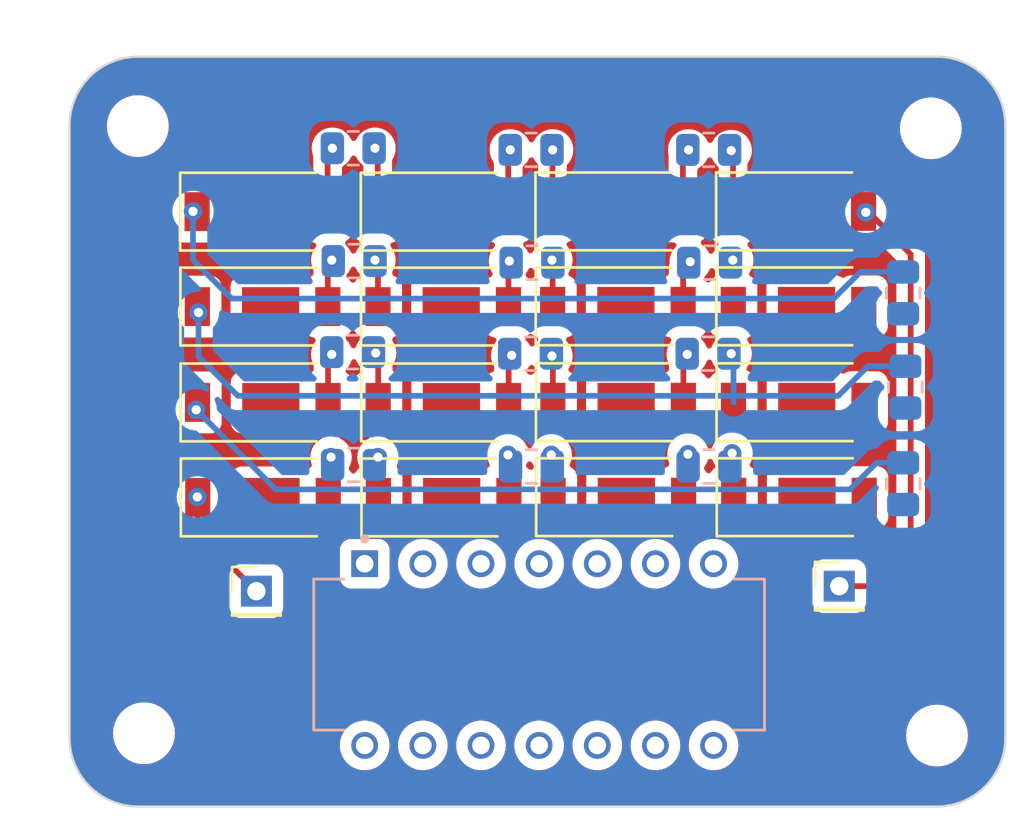
<source format=kicad_pcb>
(kicad_pcb (version 20221018) (generator pcbnew)
  (layers (0 "F.Cu" signal) (31 "B.Cu" signal) (34 "B.Paste" user) (35 "F.Paste" user) (36 "B.SilkS" user "B.Silkscreen") (37 "F.SilkS" user "F.Silkscreen") (38 "B.Mask" user) (39 "F.Mask" user) (44 "Edge.Cuts" user))
  (net 0 "")
  (footprint "MountingHole:MountingHole_2.2mm_M2" (layer "F.Cu") (at 99.5 105.76)
    (fp_text reference "REF**" hide)
    (fp_text value "MountingHole_2.2mm_M2" hide)
    (pad "" np_thru_hole circle (at 0 0) (size 2.2 2.2) (drill 2.2) (layers "*.Cu" "*.Mask"))
  )
  (footprint "LED_SMD:LED_Yuji_5730" (layer "F.Cu") (at 128.08 82.95)
    (fp_text reference "REF**" hide)
    (fp_text value "LED_Yuji_5730" hide)
    (fp_line (start -3.59 -1.7) (end 2.35 -1.7) (stroke (width 0.12)) (layer "F.SilkS"))
    (fp_line (start -3.59 1.7) (end -3.59 -1.7) (stroke (width 0.12)) (layer "F.SilkS"))
    (fp_line (start 2.35 1.7) (end -3.59 1.7) (stroke (width 0.12)) (layer "F.SilkS"))
    (pad "1" smd rect (at -2.85 0) (size 1.1 1.7) (layers "F.Cu" "F.Paste" "F.Mask"))
    (pad "2" smd rect (at 0.35 0) (size 2.5 1.7) (layers "F.Cu" "F.Paste" "F.Mask"))
    (pad "2" smd rect (at 2.85 0) (size 1.1 1.7) (layers "F.Cu" "F.Paste" "F.Mask"))
  )
  (footprint "LED_SMD:LED_Yuji_5730" (layer "F.Cu") (at 112.57 87.11)
    (fp_text reference "REF**" hide)
    (fp_text value "LED_Yuji_5730" hide)
    (fp_line (start -3.59 -1.7) (end 2.35 -1.7) (stroke (width 0.12)) (layer "F.SilkS"))
    (fp_line (start -3.59 1.7) (end -3.59 -1.7) (stroke (width 0.12)) (layer "F.SilkS"))
    (fp_line (start 2.35 1.7) (end -3.59 1.7) (stroke (width 0.12)) (layer "F.SilkS"))
    (pad "1" smd rect (at -2.85 0) (size 1.1 1.7) (layers "F.Cu" "F.Paste" "F.Mask"))
    (pad "2" smd rect (at 0.35 0) (size 2.5 1.7) (layers "F.Cu" "F.Paste" "F.Mask"))
    (pad "2" smd rect (at 2.85 0) (size 1.1 1.7) (layers "F.Cu" "F.Paste" "F.Mask"))
  )
  (footprint "MountingHole:MountingHole_2.2mm_M2" (layer "F.Cu") (at 134.14 105.86)
    (fp_text reference "REF**" hide)
    (fp_text value "MountingHole_2.2mm_M2" hide)
    (pad "" np_thru_hole circle (at 0 0) (size 2.2 2.2) (drill 2.2) (layers "*.Cu" "*.Mask"))
  )
  (footprint "LED_SMD:LED_Yuji_5730" (layer "F.Cu") (at 112.59 95.45)
    (fp_text reference "REF**" hide)
    (fp_text value "LED_Yuji_5730" hide)
    (fp_line (start -3.59 -1.7) (end 2.35 -1.7) (stroke (width 0.12)) (layer "F.SilkS"))
    (fp_line (start -3.59 1.7) (end -3.59 -1.7) (stroke (width 0.12)) (layer "F.SilkS"))
    (fp_line (start 2.35 1.7) (end -3.59 1.7) (stroke (width 0.12)) (layer "F.SilkS"))
    (pad "1" smd rect (at -2.85 0) (size 1.1 1.7) (layers "F.Cu" "F.Paste" "F.Mask"))
    (pad "2" smd rect (at 0.35 0) (size 2.5 1.7) (layers "F.Cu" "F.Paste" "F.Mask"))
    (pad "2" smd rect (at 2.85 0) (size 1.1 1.7) (layers "F.Cu" "F.Paste" "F.Mask"))
  )
  (footprint "LED_SMD:LED_Yuji_5730" (layer "F.Cu") (at 128.11 95.44)
    (fp_text reference "REF**" hide)
    (fp_text value "LED_Yuji_5730" hide)
    (fp_line (start -3.59 -1.7) (end 2.35 -1.7) (stroke (width 0.12)) (layer "F.SilkS"))
    (fp_line (start -3.59 1.7) (end -3.59 -1.7) (stroke (width 0.12)) (layer "F.SilkS"))
    (fp_line (start 2.35 1.7) (end -3.59 1.7) (stroke (width 0.12)) (layer "F.SilkS"))
    (pad "1" smd rect (at -2.85 0) (size 1.1 1.7) (layers "F.Cu" "F.Paste" "F.Mask"))
    (pad "2" smd rect (at 0.35 0) (size 2.5 1.7) (layers "F.Cu" "F.Paste" "F.Mask"))
    (pad "2" smd rect (at 2.85 0) (size 1.1 1.7) (layers "F.Cu" "F.Paste" "F.Mask"))
  )
  (footprint "MountingHole:MountingHole_2.2mm_M2" (layer "F.Cu") (at 133.87 79.32)
    (fp_text reference "REF**" hide)
    (fp_text value "MountingHole_2.2mm_M2" hide)
    (pad "" np_thru_hole circle (at 0 0) (size 2.2 2.2) (drill 2.2) (layers "*.Cu" "*.Mask"))
  )
  (footprint "LED_SMD:LED_Yuji_5730" (layer "F.Cu") (at 104.7 95.45)
    (fp_text reference "REF**" hide)
    (fp_text value "LED_Yuji_5730" hide)
    (fp_line (start -3.59 -1.7) (end 2.35 -1.7) (stroke (width 0.12)) (layer "F.SilkS"))
    (fp_line (start -3.59 1.7) (end -3.59 -1.7) (stroke (width 0.12)) (layer "F.SilkS"))
    (fp_line (start 2.35 1.7) (end -3.59 1.7) (stroke (width 0.12)) (layer "F.SilkS"))
    (pad "1" smd rect (at -2.85 0) (size 1.1 1.7) (layers "F.Cu" "F.Paste" "F.Mask"))
    (pad "2" smd rect (at 0.35 0) (size 2.5 1.7) (layers "F.Cu" "F.Paste" "F.Mask"))
    (pad "2" smd rect (at 2.85 0) (size 1.1 1.7) (layers "F.Cu" "F.Paste" "F.Mask"))
  )
  (footprint "LED_SMD:LED_Yuji_5730" (layer "F.Cu") (at 128.09 87.1)
    (fp_text reference "REF**" hide)
    (fp_text value "LED_Yuji_5730" hide)
    (fp_line (start -3.59 -1.7) (end 2.35 -1.7) (stroke (width 0.12)) (layer "F.SilkS"))
    (fp_line (start -3.59 1.7) (end -3.59 -1.7) (stroke (width 0.12)) (layer "F.SilkS"))
    (fp_line (start 2.35 1.7) (end -3.59 1.7) (stroke (width 0.12)) (layer "F.SilkS"))
    (pad "1" smd rect (at -2.85 0) (size 1.1 1.7) (layers "F.Cu" "F.Paste" "F.Mask"))
    (pad "2" smd rect (at 0.35 0) (size 2.5 1.7) (layers "F.Cu" "F.Paste" "F.Mask"))
    (pad "2" smd rect (at 2.85 0) (size 1.1 1.7) (layers "F.Cu" "F.Paste" "F.Mask"))
  )
  (footprint "LED_SMD:LED_Yuji_5730" (layer "F.Cu") (at 128.1 91.29)
    (fp_text reference "REF**" hide)
    (fp_text value "LED_Yuji_5730" hide)
    (fp_line (start -3.59 -1.7) (end 2.35 -1.7) (stroke (width 0.12)) (layer "F.SilkS"))
    (fp_line (start -3.59 1.7) (end -3.59 -1.7) (stroke (width 0.12)) (layer "F.SilkS"))
    (fp_line (start 2.35 1.7) (end -3.59 1.7) (stroke (width 0.12)) (layer "F.SilkS"))
    (pad "1" smd rect (at -2.85 0) (size 1.1 1.7) (layers "F.Cu" "F.Paste" "F.Mask"))
    (pad "2" smd rect (at 0.35 0) (size 2.5 1.7) (layers "F.Cu" "F.Paste" "F.Mask"))
    (pad "2" smd rect (at 2.85 0) (size 1.1 1.7) (layers "F.Cu" "F.Paste" "F.Mask"))
  )
  (footprint "Connector_PinHeader_2.00mm:PinHeader_1x01_P2.00mm_Vertical" (layer "F.Cu") (at 104.41 99.55)
    (fp_text reference "REF**" hide)
    (fp_text value "PinHeader_1x01_P2.00mm_Vertical" hide)
    (fp_line (start -1.06 -1.06) (end 0 -1.06) (stroke (width 0.12)) (layer "F.SilkS"))
    (fp_line (start -1.06 0) (end -1.06 -1.06) (stroke (width 0.12)) (layer "F.SilkS"))
    (fp_line (start -1.06 1) (end -1.06 1.06) (stroke (width 0.12)) (layer "F.SilkS"))
    (fp_line (start -1.06 1) (end 1.06 1) (stroke (width 0.12)) (layer "F.SilkS"))
    (fp_line (start -1.06 1.06) (end 1.06 1.06) (stroke (width 0.12)) (layer "F.SilkS"))
    (fp_line (start 1.06 1) (end 1.06 1.06) (stroke (width 0.12)) (layer "F.SilkS"))
    (pad "1" thru_hole rect (at 0 0) (size 1.35 1.35) (drill 0.8) (layers "*.Cu" "*.Mask"))
  )
  (footprint "Connector_PinHeader_2.00mm:PinHeader_1x01_P2.00mm_Vertical" (layer "F.Cu") (at 129.87 99.33)
    (fp_text reference "REF**" hide)
    (fp_text value "PinHeader_1x01_P2.00mm_Vertical" hide)
    (fp_line (start -1.06 -1.06) (end 0 -1.06) (stroke (width 0.12)) (layer "F.SilkS"))
    (fp_line (start -1.06 0) (end -1.06 -1.06) (stroke (width 0.12)) (layer "F.SilkS"))
    (fp_line (start -1.06 1) (end -1.06 1.06) (stroke (width 0.12)) (layer "F.SilkS"))
    (fp_line (start -1.06 1) (end 1.06 1) (stroke (width 0.12)) (layer "F.SilkS"))
    (fp_line (start -1.06 1.06) (end 1.06 1.06) (stroke (width 0.12)) (layer "F.SilkS"))
    (fp_line (start 1.06 1) (end 1.06 1.06) (stroke (width 0.12)) (layer "F.SilkS"))
    (pad "1" thru_hole rect (at 0 0) (size 1.35 1.35) (drill 0.8) (layers "*.Cu" "*.Mask"))
  )
  (footprint "LED_SMD:LED_Yuji_5730" (layer "F.Cu") (at 120.22 95.44)
    (fp_text reference "REF**" hide)
    (fp_text value "LED_Yuji_5730" hide)
    (fp_line (start -3.59 -1.7) (end 2.35 -1.7) (stroke (width 0.12)) (layer "F.SilkS"))
    (fp_line (start -3.59 1.7) (end -3.59 -1.7) (stroke (width 0.12)) (layer "F.SilkS"))
    (fp_line (start 2.35 1.7) (end -3.59 1.7) (stroke (width 0.12)) (layer "F.SilkS"))
    (pad "1" smd rect (at -2.85 0) (size 1.1 1.7) (layers "F.Cu" "F.Paste" "F.Mask"))
    (pad "2" smd rect (at 0.35 0) (size 2.5 1.7) (layers "F.Cu" "F.Paste" "F.Mask"))
    (pad "2" smd rect (at 2.85 0) (size 1.1 1.7) (layers "F.Cu" "F.Paste" "F.Mask"))
  )
  (footprint "MountingHole:MountingHole_2.2mm_M2" (layer "F.Cu") (at 99.23 79.22)
    (fp_text reference "REF**" hide)
    (fp_text value "MountingHole_2.2mm_M2" hide)
    (pad "" np_thru_hole circle (at 0 0) (size 2.2 2.2) (drill 2.2) (layers "*.Cu" "*.Mask"))
  )
  (footprint "LED_SMD:LED_Yuji_5730" (layer "F.Cu") (at 120.2 87.1)
    (fp_text reference "REF**" hide)
    (fp_text value "LED_Yuji_5730" hide)
    (fp_line (start -3.59 -1.7) (end 2.35 -1.7) (stroke (width 0.12)) (layer "F.SilkS"))
    (fp_line (start -3.59 1.7) (end -3.59 -1.7) (stroke (width 0.12)) (layer "F.SilkS"))
    (fp_line (start 2.35 1.7) (end -3.59 1.7) (stroke (width 0.12)) (layer "F.SilkS"))
    (pad "1" smd rect (at -2.85 0) (size 1.1 1.7) (layers "F.Cu" "F.Paste" "F.Mask"))
    (pad "2" smd rect (at 0.35 0) (size 2.5 1.7) (layers "F.Cu" "F.Paste" "F.Mask"))
    (pad "2" smd rect (at 2.85 0) (size 1.1 1.7) (layers "F.Cu" "F.Paste" "F.Mask"))
  )
  (footprint "LED_SMD:LED_Yuji_5730" (layer "F.Cu") (at 112.56 82.96)
    (fp_text reference "REF**" hide)
    (fp_text value "LED_Yuji_5730" hide)
    (fp_line (start -3.59 -1.7) (end 2.35 -1.7) (stroke (width 0.12)) (layer "F.SilkS"))
    (fp_line (start -3.59 1.7) (end -3.59 -1.7) (stroke (width 0.12)) (layer "F.SilkS"))
    (fp_line (start 2.35 1.7) (end -3.59 1.7) (stroke (width 0.12)) (layer "F.SilkS"))
    (pad "1" smd rect (at -2.85 0) (size 1.1 1.7) (layers "F.Cu" "F.Paste" "F.Mask"))
    (pad "2" smd rect (at 0.35 0) (size 2.5 1.7) (layers "F.Cu" "F.Paste" "F.Mask"))
    (pad "2" smd rect (at 2.85 0) (size 1.1 1.7) (layers "F.Cu" "F.Paste" "F.Mask"))
  )
  (footprint "LED_SMD:LED_Yuji_5730" (layer "F.Cu") (at 104.68 87.11)
    (fp_text reference "REF**" hide)
    (fp_text value "LED_Yuji_5730" hide)
    (fp_line (start -3.59 -1.7) (end 2.35 -1.7) (stroke (width 0.12)) (layer "F.SilkS"))
    (fp_line (start -3.59 1.7) (end -3.59 -1.7) (stroke (width 0.12)) (layer "F.SilkS"))
    (fp_line (start 2.35 1.7) (end -3.59 1.7) (stroke (width 0.12)) (layer "F.SilkS"))
    (pad "1" smd rect (at -2.85 0) (size 1.1 1.7) (layers "F.Cu" "F.Paste" "F.Mask"))
    (pad "2" smd rect (at 0.35 0) (size 2.5 1.7) (layers "F.Cu" "F.Paste" "F.Mask"))
    (pad "2" smd rect (at 2.85 0) (size 1.1 1.7) (layers "F.Cu" "F.Paste" "F.Mask"))
  )
  (footprint "LED_SMD:LED_Yuji_5730" (layer "F.Cu") (at 120.21 91.29)
    (fp_text reference "REF**" hide)
    (fp_text value "LED_Yuji_5730" hide)
    (fp_line (start -3.59 -1.7) (end 2.35 -1.7) (stroke (width 0.12)) (layer "F.SilkS"))
    (fp_line (start -3.59 1.7) (end -3.59 -1.7) (stroke (width 0.12)) (layer "F.SilkS"))
    (fp_line (start 2.35 1.7) (end -3.59 1.7) (stroke (width 0.12)) (layer "F.SilkS"))
    (pad "1" smd rect (at -2.85 0) (size 1.1 1.7) (layers "F.Cu" "F.Paste" "F.Mask"))
    (pad "2" smd rect (at 0.35 0) (size 2.5 1.7) (layers "F.Cu" "F.Paste" "F.Mask"))
    (pad "2" smd rect (at 2.85 0) (size 1.1 1.7) (layers "F.Cu" "F.Paste" "F.Mask"))
  )
  (footprint "LED_SMD:LED_Yuji_5730" (layer "F.Cu") (at 120.19 82.95)
    (fp_text reference "REF**" hide)
    (fp_text value "LED_Yuji_5730" hide)
    (fp_line (start -3.59 -1.7) (end 2.35 -1.7) (stroke (width 0.12)) (layer "F.SilkS"))
    (fp_line (start -3.59 1.7) (end -3.59 -1.7) (stroke (width 0.12)) (layer "F.SilkS"))
    (fp_line (start 2.35 1.7) (end -3.59 1.7) (stroke (width 0.12)) (layer "F.SilkS"))
    (pad "1" smd rect (at -2.85 0) (size 1.1 1.7) (layers "F.Cu" "F.Paste" "F.Mask"))
    (pad "2" smd rect (at 0.35 0) (size 2.5 1.7) (layers "F.Cu" "F.Paste" "F.Mask"))
    (pad "2" smd rect (at 2.85 0) (size 1.1 1.7) (layers "F.Cu" "F.Paste" "F.Mask"))
  )
  (footprint "LED_SMD:LED_Yuji_5730" (layer "F.Cu") (at 104.69 91.3)
    (fp_text reference "REF**" hide)
    (fp_text value "LED_Yuji_5730" hide)
    (fp_line (start -3.59 -1.7) (end 2.35 -1.7) (stroke (width 0.12)) (layer "F.SilkS"))
    (fp_line (start -3.59 1.7) (end -3.59 -1.7) (stroke (width 0.12)) (layer "F.SilkS"))
    (fp_line (start 2.35 1.7) (end -3.59 1.7) (stroke (width 0.12)) (layer "F.SilkS"))
    (pad "1" smd rect (at -2.85 0) (size 1.1 1.7) (layers "F.Cu" "F.Paste" "F.Mask"))
    (pad "2" smd rect (at 0.35 0) (size 2.5 1.7) (layers "F.Cu" "F.Paste" "F.Mask"))
    (pad "2" smd rect (at 2.85 0) (size 1.1 1.7) (layers "F.Cu" "F.Paste" "F.Mask"))
  )
  (footprint "LED_SMD:LED_Yuji_5730" (layer "F.Cu") (at 112.58 91.3)
    (fp_text reference "REF**" hide)
    (fp_text value "LED_Yuji_5730" hide)
    (fp_line (start -3.59 -1.7) (end 2.35 -1.7) (stroke (width 0.12)) (layer "F.SilkS"))
    (fp_line (start -3.59 1.7) (end -3.59 -1.7) (stroke (width 0.12)) (layer "F.SilkS"))
    (fp_line (start 2.35 1.7) (end -3.59 1.7) (stroke (width 0.12)) (layer "F.SilkS"))
    (pad "1" smd rect (at -2.85 0) (size 1.1 1.7) (layers "F.Cu" "F.Paste" "F.Mask"))
    (pad "2" smd rect (at 0.35 0) (size 2.5 1.7) (layers "F.Cu" "F.Paste" "F.Mask"))
    (pad "2" smd rect (at 2.85 0) (size 1.1 1.7) (layers "F.Cu" "F.Paste" "F.Mask"))
  )
  (footprint "LED_SMD:LED_Yuji_5730" (layer "F.Cu") (at 104.67 82.96)
    (fp_text reference "REF**" hide)
    (fp_text value "LED_Yuji_5730" hide)
    (fp_line (start -3.59 -1.7) (end 2.35 -1.7) (stroke (width 0.12)) (layer "F.SilkS"))
    (fp_line (start -3.59 1.7) (end -3.59 -1.7) (stroke (width 0.12)) (layer "F.SilkS"))
    (fp_line (start 2.35 1.7) (end -3.59 1.7) (stroke (width 0.12)) (layer "F.SilkS"))
    (pad "1" smd rect (at -2.85 0) (size 1.1 1.7) (layers "F.Cu" "F.Paste" "F.Mask"))
    (pad "2" smd rect (at 0.35 0) (size 2.5 1.7) (layers "F.Cu" "F.Paste" "F.Mask"))
    (pad "2" smd rect (at 2.85 0) (size 1.1 1.7) (layers "F.Cu" "F.Paste" "F.Mask"))
  )
  (footprint "Resistor_SMD:R_0805_2012Metric" (layer "B.Cu") (at 124.18 94.1 180)
    (fp_text reference "REF**" hide)
    (fp_text value "R_0805_2012Metric" hide)
    (fp_line (start -0.227064 -0.735) (end 0.227064 -0.735) (stroke (width 0.12)) (layer "B.SilkS"))
    (fp_line (start -0.227064 0.735) (end 0.227064 0.735) (stroke (width 0.12)) (layer "B.SilkS"))
    (pad "1" smd roundrect (at -0.9125 0 180) (size 1.025 1.4) (layers "B.Cu" "B.Paste" "B.Mask") (roundrect_rratio 0.243902))
    (pad "2" smd roundrect (at 0.9125 0 180) (size 1.025 1.4) (layers "B.Cu" "B.Paste" "B.Mask") (roundrect_rratio 0.243902))
  )
  (footprint "Resistor_SMD:R_0805_2012Metric" (layer "B.Cu") (at 132.66 94.85 -90)
    (fp_text reference "REF**" hide)
    (fp_text value "R_0805_2012Metric" hide)
    (fp_line (start -0.227064 -0.735) (end 0.227064 -0.735) (stroke (width 0.12)) (layer "B.SilkS"))
    (fp_line (start -0.227064 0.735) (end 0.227064 0.735) (stroke (width 0.12)) (layer "B.SilkS"))
    (pad "1" smd roundrect (at -0.9125 0 270) (size 1.025 1.4) (layers "B.Cu" "B.Paste" "B.Mask") (roundrect_rratio 0.243902))
    (pad "2" smd roundrect (at 0.9125 0 270) (size 1.025 1.4) (layers "B.Cu" "B.Paste" "B.Mask") (roundrect_rratio 0.243902))
  )
  (footprint "Resistor_SMD:R_0805_2012Metric" (layer "B.Cu") (at 124.1675 80.26 180)
    (fp_text reference "REF**" hide)
    (fp_text value "R_0805_2012Metric" hide)
    (fp_line (start -0.227064 -0.735) (end 0.227064 -0.735) (stroke (width 0.12)) (layer "B.SilkS"))
    (fp_line (start -0.227064 0.735) (end 0.227064 0.735) (stroke (width 0.12)) (layer "B.SilkS"))
    (pad "1" smd roundrect (at -0.9125 0 180) (size 1.025 1.4) (layers "B.Cu" "B.Paste" "B.Mask") (roundrect_rratio 0.243902))
    (pad "2" smd roundrect (at 0.9125 0 180) (size 1.025 1.4) (layers "B.Cu" "B.Paste" "B.Mask") (roundrect_rratio 0.243902))
  )
  (footprint "Resistor_SMD:R_0805_2012Metric" (layer "B.Cu") (at 124.14 89.17 180)
    (fp_text reference "REF**" hide)
    (fp_text value "R_0805_2012Metric" hide)
    (fp_line (start -0.227064 -0.735) (end 0.227064 -0.735) (stroke (width 0.12)) (layer "B.SilkS"))
    (fp_line (start -0.227064 0.735) (end 0.227064 0.735) (stroke (width 0.12)) (layer "B.SilkS"))
    (pad "1" smd roundrect (at -0.9125 0 180) (size 1.025 1.4) (layers "B.Cu" "B.Paste" "B.Mask") (roundrect_rratio 0.243902))
    (pad "2" smd roundrect (at 0.9125 0 180) (size 1.025 1.4) (layers "B.Cu" "B.Paste" "B.Mask") (roundrect_rratio 0.243902))
  )
  (footprint "Resistor_SMD:R_0805_2012Metric" (layer "B.Cu") (at 132.66 86.51 -90)
    (fp_text reference "REF**" hide)
    (fp_text value "R_0805_2012Metric" hide)
    (fp_line (start -0.227064 -0.735) (end 0.227064 -0.735) (stroke (width 0.12)) (layer "B.SilkS"))
    (fp_line (start -0.227064 0.735) (end 0.227064 0.735) (stroke (width 0.12)) (layer "B.SilkS"))
    (pad "1" smd roundrect (at -0.9125 0 270) (size 1.025 1.4) (layers "B.Cu" "B.Paste" "B.Mask") (roundrect_rratio 0.243902))
    (pad "2" smd roundrect (at 0.9125 0 270) (size 1.025 1.4) (layers "B.Cu" "B.Paste" "B.Mask") (roundrect_rratio 0.243902))
  )
  (footprint "Resistor_SMD:R_0805_2012Metric" (layer "B.Cu") (at 116.3825 89.17 180)
    (fp_text reference "REF**" hide)
    (fp_text value "R_0805_2012Metric" hide)
    (fp_line (start -0.227064 -0.735) (end 0.227064 -0.735) (stroke (width 0.12)) (layer "B.SilkS"))
    (fp_line (start -0.227064 0.735) (end 0.227064 0.735) (stroke (width 0.12)) (layer "B.SilkS"))
    (pad "1" smd roundrect (at -0.9125 0 180) (size 1.025 1.4) (layers "B.Cu" "B.Paste" "B.Mask") (roundrect_rratio 0.243902))
    (pad "2" smd roundrect (at 0.9125 0 180) (size 1.025 1.4) (layers "B.Cu" "B.Paste" "B.Mask") (roundrect_rratio 0.243902))
  )
  (footprint "Resistor_SMD:R_0805_2012Metric" (layer "B.Cu") (at 116.4225 94.1 180)
    (fp_text reference "REF**" hide)
    (fp_text value "R_0805_2012Metric" hide)
    (fp_line (start -0.227064 -0.735) (end 0.227064 -0.735) (stroke (width 0.12)) (layer "B.SilkS"))
    (fp_line (start -0.227064 0.735) (end 0.227064 0.735) (stroke (width 0.12)) (layer "B.SilkS"))
    (pad "1" smd roundrect (at -0.9125 0 180) (size 1.025 1.4) (layers "B.Cu" "B.Paste" "B.Mask") (roundrect_rratio 0.243902))
    (pad "2" smd roundrect (at 0.9125 0 180) (size 1.025 1.4) (layers "B.Cu" "B.Paste" "B.Mask") (roundrect_rratio 0.243902))
  )
  (footprint "Resistor_SMD:R_0805_2012Metric" (layer "B.Cu") (at 132.76 90.63 -90)
    (fp_text reference "REF**" hide)
    (fp_text value "R_0805_2012Metric" hide)
    (fp_line (start -0.227064 -0.735) (end 0.227064 -0.735) (stroke (width 0.12)) (layer "B.SilkS"))
    (fp_line (start -0.227064 0.735) (end 0.227064 0.735) (stroke (width 0.12)) (layer "B.SilkS"))
    (pad "1" smd roundrect (at -0.9125 0 270) (size 1.025 1.4) (layers "B.Cu" "B.Paste" "B.Mask") (roundrect_rratio 0.243902))
    (pad "2" smd roundrect (at 0.9125 0 270) (size 1.025 1.4) (layers "B.Cu" "B.Paste" "B.Mask") (roundrect_rratio 0.243902))
  )
  (footprint "Resistor_SMD:R_0805_2012Metric" (layer "B.Cu") (at 116.41 80.26 180)
    (fp_text reference "REF**" hide)
    (fp_text value "R_0805_2012Metric" hide)
    (fp_line (start -0.227064 -0.735) (end 0.227064 -0.735) (stroke (width 0.12)) (layer "B.SilkS"))
    (fp_line (start -0.227064 0.735) (end 0.227064 0.735) (stroke (width 0.12)) (layer "B.SilkS"))
    (pad "1" smd roundrect (at -0.9125 0 180) (size 1.025 1.4) (layers "B.Cu" "B.Paste" "B.Mask") (roundrect_rratio 0.243902))
    (pad "2" smd roundrect (at 0.9125 0 180) (size 1.025 1.4) (layers "B.Cu" "B.Paste" "B.Mask") (roundrect_rratio 0.243902))
  )
  (footprint "Resistor_SMD:R_0805_2012Metric" (layer "B.Cu") (at 124.2075 85.19 180)
    (fp_text reference "REF**" hide)
    (fp_text value "R_0805_2012Metric" hide)
    (fp_line (start -0.227064 -0.735) (end 0.227064 -0.735) (stroke (width 0.12)) (layer "B.SilkS"))
    (fp_line (start -0.227064 0.735) (end 0.227064 0.735) (stroke (width 0.12)) (layer "B.SilkS"))
    (pad "1" smd roundrect (at -0.9125 0 180) (size 1.025 1.4) (layers "B.Cu" "B.Paste" "B.Mask") (roundrect_rratio 0.243902))
    (pad "2" smd roundrect (at 0.9125 0 180) (size 1.025 1.4) (layers "B.Cu" "B.Paste" "B.Mask") (roundrect_rratio 0.243902))
  )
  (footprint "Resistor_SMD:R_0805_2012Metric" (layer "B.Cu") (at 116.45 85.19 180)
    (fp_text reference "REF**" hide)
    (fp_text value "R_0805_2012Metric" hide)
    (fp_line (start -0.227064 -0.735) (end 0.227064 -0.735) (stroke (width 0.12)) (layer "B.SilkS"))
    (fp_line (start -0.227064 0.735) (end 0.227064 0.735) (stroke (width 0.12)) (layer "B.SilkS"))
    (pad "1" smd roundrect (at -0.9125 0 180) (size 1.025 1.4) (layers "B.Cu" "B.Paste" "B.Mask") (roundrect_rratio 0.243902))
    (pad "2" smd roundrect (at 0.9125 0 180) (size 1.025 1.4) (layers "B.Cu" "B.Paste" "B.Mask") (roundrect_rratio 0.243902))
  )
  (footprint "Resistor_SMD:R_0805_2012Metric" (layer "B.Cu") (at 108.64 80.19 180)
    (fp_text reference "REF**" hide)
    (fp_text value "R_0805_2012Metric" hide)
    (fp_line (start -0.227064 -0.735) (end 0.227064 -0.735) (stroke (width 0.12)) (layer "B.SilkS"))
    (fp_line (start -0.227064 0.735) (end 0.227064 0.735) (stroke (width 0.12)) (layer "B.SilkS"))
    (pad "1" smd roundrect (at -0.9125 0 180) (size 1.025 1.4) (layers "B.Cu" "B.Paste" "B.Mask") (roundrect_rratio 0.243902))
    (pad "2" smd roundrect (at 0.9125 0 180) (size 1.025 1.4) (layers "B.Cu" "B.Paste" "B.Mask") (roundrect_rratio 0.243902))
  )
  (footprint "CD4047BE:DIP794W45P254L1969H508Q14" (layer "B.Cu") (at 116.76 102.32 -90)
    (fp_text reference "REF**" hide)
    (fp_text value "DIP794W45P254L1969H508Q14" hide)
    (fp_line (start -3.3 -9.845) (end -3.3 -8.525) (stroke (width 0.127)) (layer "B.SilkS"))
    (fp_line (start -3.3 8.525) (end -3.3 9.845) (stroke (width 0.127)) (layer "B.SilkS"))
    (fp_line (start -3.3 9.845) (end 3.3 9.845) (stroke (width 0.127)) (layer "B.SilkS"))
    (fp_line (start 3.3 -9.845) (end -3.3 -9.845) (stroke (width 0.127)) (layer "B.SilkS"))
    (fp_line (start 3.3 -8.525) (end 3.3 -9.845) (stroke (width 0.127)) (layer "B.SilkS"))
    (fp_line (start 3.3 9.845) (end 3.3 8.525) (stroke (width 0.127)) (layer "B.SilkS"))
    (fp_circle (center -5.055 7.62) (end -4.955 7.62) (stroke (width 0.2)) (fill none) (layer "B.SilkS"))
    (pad "1" thru_hole rect (at -3.97 7.62 270) (size 1.17 1.17) (drill 0.77) (layers "*.Cu" "*.Mask"))
    (pad "2" thru_hole circle (at -3.97 5.08 270) (size 1.17 1.17) (drill 0.77) (layers "*.Cu" "*.Mask"))
    (pad "3" thru_hole circle (at -3.97 2.54 270) (size 1.17 1.17) (drill 0.77) (layers "*.Cu" "*.Mask"))
    (pad "4" thru_hole circle (at -3.97 0 270) (size 1.17 1.17) (drill 0.77) (layers "*.Cu" "*.Mask"))
    (pad "5" thru_hole circle (at -3.97 -2.54 270) (size 1.17 1.17) (drill 0.77) (layers "*.Cu" "*.Mask"))
    (pad "6" thru_hole circle (at -3.97 -5.08 270) (size 1.17 1.17) (drill 0.77) (layers "*.Cu" "*.Mask"))
    (pad "7" thru_hole circle (at -3.97 -7.62 270) (size 1.17 1.17) (drill 0.77) (layers "*.Cu" "*.Mask"))
    (pad "8" thru_hole circle (at 3.97 -7.62 270) (size 1.17 1.17) (drill 0.77) (layers "*.Cu" "*.Mask"))
    (pad "9" thru_hole circle (at 3.97 -5.08 270) (size 1.17 1.17) (drill 0.77) (layers "*.Cu" "*.Mask"))
    (pad "10" thru_hole circle (at 3.97 -2.54 270) (size 1.17 1.17) (drill 0.77) (layers "*.Cu" "*.Mask"))
    (pad "11" thru_hole circle (at 3.97 0 270) (size 1.17 1.17) (drill 0.77) (layers "*.Cu" "*.Mask"))
    (pad "12" thru_hole circle (at 3.97 2.54 270) (size 1.17 1.17) (drill 0.77) (layers "*.Cu" "*.Mask"))
    (pad "13" thru_hole circle (at 3.97 5.08 270) (size 1.17 1.17) (drill 0.77) (layers "*.Cu" "*.Mask"))
    (pad "14" thru_hole circle (at 3.97 7.62 270) (size 1.17 1.17) (drill 0.77) (layers "*.Cu" "*.Mask"))
  )
  (footprint "Resistor_SMD:R_0805_2012Metric" (layer "B.Cu") (at 108.6525 94.03 180)
    (fp_text reference "REF**" hide)
    (fp_text value "R_0805_2012Metric" hide)
    (fp_line (start -0.227064 -0.735) (end 0.227064 -0.735) (stroke (width 0.12)) (layer "B.SilkS"))
    (fp_line (start -0.227064 0.735) (end 0.227064 0.735) (stroke (width 0.12)) (layer "B.SilkS"))
    (pad "1" smd roundrect (at -0.9125 0 180) (size 1.025 1.4) (layers "B.Cu" "B.Paste" "B.Mask") (roundrect_rratio 0.243902))
    (pad "2" smd roundrect (at 0.9125 0 180) (size 1.025 1.4) (layers "B.Cu" "B.Paste" "B.Mask") (roundrect_rratio 0.243902))
  )
  (footprint "Resistor_SMD:R_0805_2012Metric" (layer "B.Cu") (at 108.68 85.12 180)
    (fp_text reference "REF**" hide)
    (fp_text value "R_0805_2012Metric" hide)
    (fp_line (start -0.227064 -0.735) (end 0.227064 -0.735) (stroke (width 0.12)) (layer "B.SilkS"))
    (fp_line (start -0.227064 0.735) (end 0.227064 0.735) (stroke (width 0.12)) (layer "B.SilkS"))
    (pad "1" smd roundrect (at -0.9125 0 180) (size 1.025 1.4) (layers "B.Cu" "B.Paste" "B.Mask") (roundrect_rratio 0.243902))
    (pad "2" smd roundrect (at 0.9125 0 180) (size 1.025 1.4) (layers "B.Cu" "B.Paste" "B.Mask") (roundrect_rratio 0.243902))
  )
  (footprint "Resistor_SMD:R_0805_2012Metric" (layer "B.Cu") (at 108.6125 89.1 180)
    (fp_text reference "REF**" hide)
    (fp_text value "R_0805_2012Metric" hide)
    (fp_line (start -0.227064 -0.735) (end 0.227064 -0.735) (stroke (width 0.12)) (layer "B.SilkS"))
    (fp_line (start -0.227064 0.735) (end 0.227064 0.735) (stroke (width 0.12)) (layer "B.SilkS"))
    (pad "1" smd roundrect (at -0.9125 0 180) (size 1.025 1.4) (layers "B.Cu" "B.Paste" "B.Mask") (roundrect_rratio 0.243902))
    (pad "2" smd roundrect (at 0.9125 0 180) (size 1.025 1.4) (layers "B.Cu" "B.Paste" "B.Mask") (roundrect_rratio 0.243902))
  )
  (gr_line (start 96.25 105.96) (end 96.25 79.19) (stroke (width 0.1)) (layer "Edge.Cuts"))
  (gr_line (start 99.25 76.19) (end 134.12 76.19) (stroke (width 0.1)) (layer "Edge.Cuts"))
  (gr_line (start 137.12 79.19) (end 137.12 105.96) (stroke (width 0.1)) (layer "Edge.Cuts"))
  (gr_arc (start 134.12 76.19) (mid 136.24132 77.06868) (end 137.12 79.19) (stroke (width 0.1)) (layer "Edge.Cuts"))
  (gr_arc (start 99.25 108.96) (mid 97.12868 108.08132) (end 96.25 105.96) (stroke (width 0.1)) (layer "Edge.Cuts"))
  (gr_arc (start 137.12 105.96) (mid 136.24132 108.08132) (end 134.12 108.96) (stroke (width 0.1)) (layer "Edge.Cuts"))
  (gr_line (start 134.12 108.96) (end 99.25 108.96) (stroke (width 0.1)) (layer "Edge.Cuts"))
  (gr_arc (start 96.25 79.19) (mid 97.12868 77.06868) (end 99.25 76.19) (stroke (width 0.1)) (layer "Edge.Cuts"))
  (segment (start 123.07 93.75) (end 123.26 93.56) (width 0.25) (layer "F.Cu") (net 0))
  (segment (start 130.99 82.95) (end 131.03 82.99) (width 0.25) (layer "F.Cu") (net 0))
  (segment (start 117.35 87.1) (end 117.35 85.11) (width 0.25) (layer "F.Cu") (net 0))
  (segment (start 123.06 91.29) (end 123.06 89.37) (width 0.25) (layer "F.Cu") (net 0))
  (segment (start 109.73 91.3) (end 109.73 89.25) (width 0.25) (layer "F.Cu") (net 0))
  (segment (start 117.37 93.67) (end 117.29 93.59) (width 0.25) (layer "F.Cu") (net 0))
  (segment (start 123.05 87.1) (end 123.05 85.46) (width 0.25) (layer "F.Cu") (net 0))
  (segment (start 117.36 89.31) (end 117.32 89.27) (width 0.25) (layer "F.Cu") (net 0))
  (segment (start 129.87 99.33) (end 131.42 99.33) (width 0.25) (layer "F.Cu") (net 0))
  (segment (start 130.93 82.95) (end 130.99 82.95) (width 0.25) (layer "F.Cu") (net 0))
  (segment (start 123.05 85.46) (end 123.36 85.15) (width 0.25) (layer "F.Cu") (net 0))
  (segment (start 101.85 96.99) (end 104.41 99.55) (width 0.25) (layer "F.Cu") (net 0))
  (segment (start 107.55 95.45) (end 107.55 93.81) (width 0.25) (layer "F.Cu") (net 0))
  (segment (start 132.99 84.82) (end 131.16 82.99) (width 0.25) (layer "F.Cu") (net 0))
  (segment (start 101.65 82.96) (end 101.64 82.95) (width 0.25) (layer "F.Cu") (net 0))
  (segment (start 107.52 80.4) (end 107.73 80.19) (width 0.25) (layer "F.Cu") (net 0))
  (segment (start 125.26 95.44) (end 125.26 93.59) (width 0.25) (layer "F.Cu") (net 0))
  (segment (start 107.53 87.11) (end 107.53 85.25) (width 0.25) (layer "F.Cu") (net 0))
  (segment (start 109.72 87.11) (end 109.72 85.21) (width 0.25) (layer "F.Cu") (net 0))
  (segment (start 125.23 80.37) (end 125.15 80.29) (width 0.25) (layer "F.Cu") (net 0))
  (segment (start 101.83 87.11) (end 101.83 87.32) (width 0.25) (layer "F.Cu") (net 0))
  (segment (start 107.53 85.25) (end 107.7 85.08) (width 0.25) (layer "F.Cu") (net 0))
  (segment (start 109.74 93.71) (end 109.72 93.69) (width 0.25) (layer "F.Cu") (net 0))
  (segment (start 131.42 99.33) (end 132.99 97.76) (width 0.25) (layer "F.Cu") (net 0))
  (segment (start 115.44 93.63) (end 115.4 93.59) (width 0.25) (layer "F.Cu") (net 0))
  (segment (start 109.71 80.31) (end 109.59 80.19) (width 0) (layer "F.Cu") (net 0))
  (segment (start 125.26 93.59) (end 125.19 93.52) (width 0.25) (layer "F.Cu") (net 0))
  (segment (start 107.54 89.36) (end 107.7 89.2) (width 0.25) (layer "F.Cu") (net 0))
  (segment (start 109.73 89.25) (end 109.62 89.14) (width 0.25) (layer "F.Cu") (net 0))
  (segment (start 123.06 89.37) (end 123.23 89.2) (width 0.25) (layer "F.Cu") (net 0))
  (segment (start 123.04 80.51) (end 123.29 80.26) (width 0.25) (layer "F.Cu") (net 0))
  (segment (start 123.04 82.95) (end 123.04 80.51) (width 0.25) (layer "F.Cu") (net 0))
  (segment (start 101.84 91.56) (end 101.78 91.62) (width 0.25) (layer "F.Cu") (net 0))
  (segment (start 101.83 87.32) (end 101.88 87.37) (width 0.25) (layer "F.Cu") (net 0))
  (segment (start 115.42 85.16) (end 115.46 85.12) (width 0.25) (layer "F.Cu") (net 0))
  (segment (start 109.71 82.96) (end 109.71 80.31) (width 0.25) (layer "F.Cu") (net 0))
  (segment (start 132.99 97.76) (end 132.99 84.82) (width 0.25) (layer "F.Cu") (net 0))
  (segment (start 131.16 82.99) (end 131.03 82.99) (width 0.25) (layer "F.Cu") (net 0))
  (segment (start 107.55 93.81) (end 107.67 93.69) (width 0.25) (layer "F.Cu") (net 0))
  (segment (start 115.41 82.96) (end 115.41 80.35) (width 0.25) (layer "F.Cu") (net 0))
  (segment (start 117.36 91.29) (end 117.36 89.31) (width 0.25) (layer "F.Cu") (net 0))
  (segment (start 123.07 95.44) (end 123.07 93.75) (width 0.25) (layer "F.Cu") (net 0))
  (segment (start 101.85 95.45) (end 101.83 95.43) (width 0.25) (layer "F.Cu") (net 0))
  (segment (start 107.52 82.96) (end 107.52 80.4) (width 0.25) (layer "F.Cu") (net 0))
  (segment (start 101.82 82.96) (end 101.65 82.96) (width 0.25) (layer "F.Cu") (net 0))
  (segment (start 115.43 91.3) (end 115.43 89.37) (width 0.25) (layer "F.Cu") (net 0))
  (segment (start 101.85 95.45) (end 101.85 96.99) (width 0.25) (layer "F.Cu") (net 0))
  (segment (start 109.72 85.21) (end 109.59 85.08) (width 0.25) (layer "F.Cu") (net 0))
  (segment (start 115.44 95.45) (end 115.44 93.63) (width 0.25) (layer "F.Cu") (net 0))
  (segment (start 101.84 91.3) (end 101.84 91.56) (width 0.25) (layer "F.Cu") (net 0))
  (segment (start 115.43 89.37) (end 115.56 89.24) (width 0.25) (layer "F.Cu") (net 0))
  (segment (start 115.41 80.35) (end 115.5 80.26) (width 0) (layer "F.Cu") (net 0))
  (segment (start 125.25 89.27) (end 125.15 89.17) (width 0.25) (layer "F.Cu") (net 0))
  (segment (start 117.34 82.95) (end 117.34 80.27) (width 0.25) (layer "F.Cu") (net 0))
  (segment (start 107.54 91.3) (end 107.54 89.36) (width 0.25) (layer "F.Cu") (net 0))
  (segment (start 117.35 85.11) (end 117.32 85.08) (width 0.25) (layer "F.Cu") (net 0))
  (segment (start 117.37 95.44) (end 117.37 93.67) (width 0.25) (layer "F.Cu") (net 0))
  (segment (start 125.23 82.95) (end 125.23 80.37) (width 0.25) (layer "F.Cu") (net 0))
  (segment (start 117.34 80.27) (end 117.35 80.26) (width 0.25) (layer "F.Cu") (net 0))
  (segment (start 115.42 87.11) (end 115.42 85.16) (width 0.25) (layer "F.Cu") (net 0))
  (segment (start 109.74 95.45) (end 109.74 93.71) (width 0.25) (layer "F.Cu") (net 0))
  (via (at 109.59 85.08) (size 0.8) (drill 0.4) (layers "F.Cu" "B.Cu") (net 0))
  (via (at 125.22 85.08) (size 0.8) (drill 0.4) (layers "F.Cu" "B.Cu") (net 0))
  (via (at 107.7 85.08) (size 0.8) (drill 0.4) (layers "F.Cu" "B.Cu") (net 0))
  (via (at 123.23 89.2) (size 0.8) (drill 0.4) (layers "F.Cu" "B.Cu") (net 0))
  (via (at 117.35 80.26) (size 0.8) (drill 0.4) (layers "F.Cu" "B.Cu") (net 0))
  (via (at 107.67 93.69) (size 0.8) (drill 0.4) (layers "F.Cu" "B.Cu") (net 0))
  (via (at 115.5 80.26) (size 0.8) (drill 0.4) (layers "F.Cu" "B.Cu") (net 0))
  (via (at 115.46 85.12) (size 0.8) (drill 0.4) (layers "F.Cu" "B.Cu") (net 0))
  (via (at 123.36 85.15) (size 0.8) (drill 0.4) (layers "F.Cu" "B.Cu") (net 0))
  (via (at 115.4 93.59) (size 0.8) (drill 0.4) (layers "F.Cu" "B.Cu") (net 0))
  (via (at 109.62 89.14) (size 0.8) (drill 0.4) (layers "F.Cu" "B.Cu") (net 0))
  (via (at 131.03 82.99) (size 0.8) (drill 0.4) (layers "F.Cu" "B.Cu") (net 0))
  (via (at 117.29 93.59) (size 0.8) (drill 0.4) (layers "F.Cu" "B.Cu") (net 0))
  (via (at 109.59 80.19) (size 0.8) (drill 0.4) (layers "F.Cu" "B.Cu") (net 0))
  (via (at 117.32 85.08) (size 0.8) (drill 0.4) (layers "F.Cu" "B.Cu") (net 0))
  (via (at 115.56 89.24) (size 0.8) (drill 0.4) (layers "F.Cu" "B.Cu") (net 0))
  (via (at 125.15 89.17) (size 0.8) (drill 0.4) (layers "F.Cu" "B.Cu") (net 0))
  (via (at 101.88 87.37) (size 0.8) (drill 0.4) (layers "F.Cu" "B.Cu") (net 0))
  (via (at 109.72 93.69) (size 0.8) (drill 0.4) (layers "F.Cu" "B.Cu") (net 0))
  (via (at 125.19 93.52) (size 0.8) (drill 0.4) (layers "F.Cu" "B.Cu") (net 0))
  (via (at 123.26 93.56) (size 0.8) (drill 0.4) (layers "F.Cu" "B.Cu") (net 0))
  (via (at 101.83 95.43) (size 0.8) (drill 0.4) (layers "F.Cu" "B.Cu") (net 0))
  (via (at 107.7 89.2) (size 0.8) (drill 0.4) (layers "F.Cu" "B.Cu") (net 0))
  (via (at 125.15 80.29) (size 0.8) (drill 0.4) (layers "F.Cu" "B.Cu") (net 0))
  (via (at 123.29 80.26) (size 0.8) (drill 0.4) (layers "F.Cu" "B.Cu") (net 0))
  (via (at 117.32 89.27) (size 0.8) (drill 0.4) (layers "F.Cu" "B.Cu") (net 0))
  (via (at 101.64 82.95) (size 0.8) (drill 0.4) (layers "F.Cu" "B.Cu") (net 0))
  (via (at 107.73 80.19) (size 0.8) (drill 0.4) (layers "F.Cu" "B.Cu") (net 0))
  (via (at 101.78 91.62) (size 0.8) (drill 0.4) (layers "F.Cu" "B.Cu") (net 0))
  (segment (start 101.78 91.62) (end 105.26 95.1) (width 0.25) (layer "B.Cu") (net 0))
  (segment (start 129.83 91.01) (end 131.1225 89.7175) (width 0.25) (layer "B.Cu") (net 0))
  (segment (start 105.26 95.1) (end 130.34 95.1) (width 0.25) (layer "B.Cu") (net 0))
  (segment (start 101.64 82.95) (end 101.64 85.07) (width 0.25) (layer "B.Cu") (net 0))
  (segment (start 101.88 89.29) (end 103.6 91.01) (width 0.25) (layer "B.Cu") (net 0))
  (segment (start 131.5025 93.9375) (end 132.66 93.9375) (width 0.25) (layer "B.Cu") (net 0))
  (segment (start 103.33 86.76) (end 129.63 86.76) (width 0.25) (layer "B.Cu") (net 0))
  (segment (start 131.1225 89.7175) (end 132.76 89.7175) (width 0.25) (layer "B.Cu") (net 0))
  (segment (start 101.64 85.07) (end 103.33 86.76) (width 0.25) (layer "B.Cu") (net 0))
  (segment (start 125.25 91.29) (end 125.25 89.27) (width 0.25) (layer "B.Cu") (net 0))
  (segment (start 103.6 91.01) (end 129.83 91.01) (width 0.25) (layer "B.Cu") (net 0))
  (segment (start 129.63 86.76) (end 130.7925 85.5975) (width 0.25) (layer "B.Cu") (net 0))
  (segment (start 130.34 95.1) (end 131.5025 93.9375) (width 0.25) (layer "B.Cu") (net 0))
  (segment (start 101.88 87.37) (end 101.88 89.29) (width 0.25) (layer "B.Cu") (net 0))
  (segment (start 130.7925 85.5975) (end 132.66 85.5975) (width 0.25) (layer "B.Cu") (net 0))
  (zone (net 0) (net_name "") (layer "F.Cu") (connect_pads (clearance 0.5)) (min_thickness 0.25) (fill yes (thermal_gap 0.5) (thermal_bridge_width 0.5) (island_removal_mode 1) (island_area_min 10))
    (polygon (pts (xy 93.21 73.86) (xy 137.87 73.71) (xy 137.85 109.37) (xy 93.34 109.44) (xy 93.21 73.79)))
  )
  (zone (net 0) (net_name "") (layer "B.Cu") (priority 1) (connect_pads (clearance 0.5)) (min_thickness 0.25) (fill yes (thermal_gap 0.5) (thermal_bridge_width 0.5) (island_removal_mode 1) (island_area_min 10))
    (polygon (pts (xy 93.21 73.79) (xy 137.87 73.71) (xy 137.95 109.37) (xy 93.44 109.44)))
  )
)
</source>
